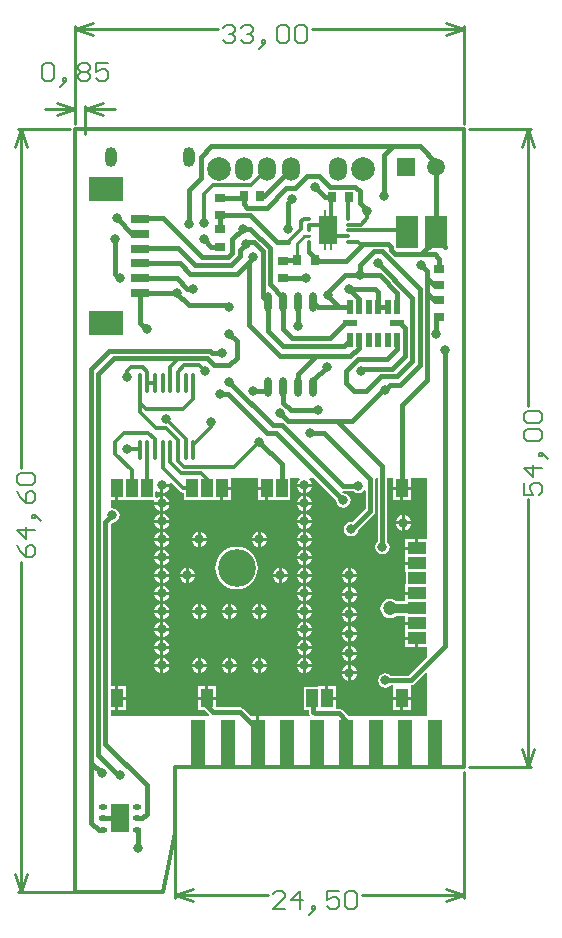
<source format=gbl>
%FSLAX25Y25*%
%MOIN*%
G70*
G01*
G75*
G04 Layer_Physical_Order=2*
G04 Layer_Color=16711680*
%ADD10R,0.02756X0.03543*%
%ADD11R,0.06693X0.09449*%
%ADD12O,0.06693X0.01181*%
%ADD13O,0.06890X0.02165*%
%ADD14O,0.02165X0.06890*%
%ADD15R,0.15748X0.15748*%
%ADD16R,0.07874X0.15748*%
%ADD17R,0.03543X0.02756*%
%ADD18R,0.01575X0.05315*%
%ADD19R,0.05512X0.05512*%
%ADD20R,0.04724X0.03543*%
%ADD21R,0.05000X0.05000*%
%ADD22R,0.03937X0.05512*%
%ADD23R,0.03150X0.03543*%
%ADD24R,0.04331X0.06693*%
%ADD25R,0.03543X0.03150*%
%ADD26R,0.09449X0.06693*%
%ADD27C,0.01575*%
%ADD28C,0.01181*%
%ADD29C,0.01378*%
%ADD30C,0.00984*%
%ADD31C,0.01000*%
%ADD32C,0.00600*%
%ADD33C,0.07874*%
%ADD34O,0.05906X0.07874*%
%ADD35O,0.03937X0.06693*%
%ADD36R,0.05906X0.05906*%
%ADD37C,0.05906*%
%ADD38C,0.12598*%
%ADD39R,0.04724X0.15748*%
%ADD40C,0.03150*%
%ADD41C,0.01969*%
%ADD42C,0.04724*%
%ADD43O,0.01378X0.06693*%
%ADD44O,0.02756X0.01772*%
%ADD45R,0.05906X0.09449*%
%ADD46R,0.07677X0.10827*%
%ADD47R,0.11811X0.08268*%
%ADD48R,0.06299X0.03150*%
%ADD49O,0.02362X0.06693*%
%ADD50R,0.05001X0.01969*%
%ADD51R,0.01969X0.04801*%
%ADD52O,0.01969X0.00984*%
%ADD53O,0.00984X0.03937*%
%ADD54R,0.06496X0.09449*%
%ADD55R,0.04000X0.06000*%
%ADD56R,0.06000X0.04000*%
%ADD57C,0.03150*%
G36*
X153000Y149000D02*
X150000D01*
Y146000D01*
X149500D01*
Y145500D01*
X145500D01*
Y143000D01*
Y141500D01*
X149500D01*
Y140500D01*
X145500D01*
Y138000D01*
X145713D01*
Y134000D01*
X145500D01*
Y131500D01*
X149500D01*
Y130500D01*
X145500D01*
Y128409D01*
X142535D01*
X142088Y128751D01*
X141322Y129069D01*
X140500Y129177D01*
X139678Y129069D01*
X138912Y128751D01*
X138254Y128246D01*
X137749Y127588D01*
X137432Y126822D01*
X137323Y126000D01*
X137432Y125178D01*
X137749Y124412D01*
X138254Y123754D01*
X138912Y123249D01*
X139678Y122932D01*
X140500Y122823D01*
X141322Y122932D01*
X142088Y123249D01*
X142535Y123591D01*
X145500D01*
Y121500D01*
X149500D01*
Y120500D01*
X145500D01*
Y118000D01*
Y116500D01*
X149500D01*
Y116000D01*
X150000D01*
Y113000D01*
X153000D01*
Y109771D01*
X146835Y103606D01*
X140768D01*
X140703Y103703D01*
X139922Y104225D01*
X139000Y104409D01*
X138078Y104225D01*
X137297Y103703D01*
X136775Y102922D01*
X136591Y102000D01*
X136775Y101078D01*
X137297Y100297D01*
X138078Y99775D01*
X139000Y99591D01*
X139922Y99775D01*
X140703Y100297D01*
X140768Y100394D01*
X141500D01*
Y100000D01*
X141500D01*
Y96500D01*
X147500D01*
Y100000D01*
X147500Y100000D01*
X147500D01*
Y100394D01*
X148012Y100496D01*
X148115Y100517D01*
X148635Y100865D01*
X152538Y104767D01*
X153000Y104576D01*
Y90065D01*
X152956Y90048D01*
Y90048D01*
X152956Y90048D01*
X126723D01*
X124635Y92135D01*
X124115Y92483D01*
X124012Y92504D01*
X123500Y92606D01*
X123500Y92606D01*
X122500D01*
Y95500D01*
X119500D01*
Y96000D01*
X119000D01*
Y100000D01*
X116500D01*
Y99787D01*
X111713D01*
Y92213D01*
X113394D01*
Y91500D01*
X113394Y91500D01*
X113496Y90987D01*
X113517Y90886D01*
X113782Y90489D01*
X113546Y90048D01*
X96945D01*
Y81102D01*
X95945D01*
Y90048D01*
X94223D01*
X91635Y92635D01*
X91114Y92983D01*
X91013Y93004D01*
X90500Y93106D01*
X90500Y93106D01*
X82500D01*
Y95500D01*
X76500D01*
Y92000D01*
X78729D01*
X80154Y90576D01*
X80086Y90644D01*
X80036Y90146D01*
X79889Y90048D01*
X47500D01*
Y92000D01*
X49000D01*
Y96000D01*
Y100000D01*
X47500D01*
Y154229D01*
X47885Y154614D01*
X48000Y154592D01*
X48922Y154775D01*
X49703Y155297D01*
X50225Y156078D01*
X50409Y157000D01*
X50225Y157922D01*
X49703Y158703D01*
X48922Y159225D01*
X48000Y159408D01*
X47886Y159386D01*
X47500Y159703D01*
Y162000D01*
X49000D01*
Y166000D01*
X50000D01*
Y162000D01*
X52500D01*
Y162213D01*
X61765D01*
X62043Y161797D01*
X61992Y161672D01*
X61969Y161500D01*
X64000D01*
Y163531D01*
X63828Y163508D01*
X63201Y163249D01*
X62736Y162892D01*
X62287Y163113D01*
Y164887D01*
X62736Y165108D01*
X63201Y164751D01*
X63828Y164491D01*
X64000Y164469D01*
Y167000D01*
X64500D01*
Y167500D01*
X67031D01*
X67030Y167508D01*
X67473Y167740D01*
X70507Y165007D01*
D01*
D01*
Y165006D01*
X70507Y165006D01*
D01*
D01*
X70507D01*
X70507Y165006D01*
Y165006D01*
X70507Y165006D01*
Y165006D01*
X70962Y164702D01*
X71500Y164595D01*
X71713D01*
Y162213D01*
X81500D01*
Y162000D01*
X84000D01*
Y166000D01*
X84500D01*
Y166500D01*
X87500D01*
Y169500D01*
X96500D01*
Y166500D01*
X99500D01*
Y166000D01*
X100000D01*
Y162000D01*
X102500D01*
Y162213D01*
X107287D01*
Y169500D01*
X110251D01*
X110411Y169027D01*
X110164Y168836D01*
X109751Y168298D01*
X109492Y167672D01*
X109469Y167500D01*
X114531D01*
X114508Y167672D01*
X114249Y168298D01*
X113836Y168836D01*
X113589Y169027D01*
X113749Y169500D01*
X115229D01*
X122614Y162115D01*
X122591Y162000D01*
X122775Y161078D01*
X123297Y160297D01*
X124078Y159775D01*
X125000Y159591D01*
X125922Y159775D01*
X126703Y160297D01*
X127225Y161078D01*
X127409Y162000D01*
X127225Y162922D01*
X126703Y163703D01*
X125922Y164225D01*
X125000Y164409D01*
X124885Y164386D01*
X124541Y164730D01*
X124777Y165171D01*
X124909Y165144D01*
X128232D01*
X128297Y165047D01*
X129078Y164525D01*
X130000Y164341D01*
X130922Y164525D01*
X131703Y165047D01*
X131916Y165366D01*
X132394Y165220D01*
Y159165D01*
X128032Y154803D01*
X127500Y154909D01*
X126578Y154725D01*
X125797Y154203D01*
X125275Y153422D01*
X125092Y152500D01*
X125275Y151578D01*
X125797Y150797D01*
X126578Y150275D01*
X127500Y150092D01*
X128422Y150275D01*
X129203Y150797D01*
X129725Y151578D01*
X129818Y152048D01*
X135135Y157365D01*
X135483Y157886D01*
X135606Y158500D01*
Y169000D01*
X135606Y169000D01*
X135583Y169114D01*
X135900Y169500D01*
X136394D01*
Y148268D01*
X136297Y148203D01*
X135775Y147422D01*
X135591Y146500D01*
X135775Y145578D01*
X136297Y144797D01*
X137078Y144275D01*
X138000Y144091D01*
X138922Y144275D01*
X139703Y144797D01*
X140225Y145578D01*
X140409Y146500D01*
X140225Y147422D01*
X139703Y148203D01*
X139606Y148268D01*
Y169500D01*
X141500D01*
Y166500D01*
X147500D01*
Y169500D01*
X153000D01*
Y149000D01*
D02*
G37*
%LPC*%
G36*
X111500Y121531D02*
X111328Y121509D01*
X110702Y121249D01*
X110164Y120836D01*
X109751Y120299D01*
X109492Y119672D01*
X109469Y119500D01*
X111500D01*
Y121531D01*
D02*
G37*
G36*
X112500D02*
Y119500D01*
X114531D01*
X114508Y119672D01*
X114249Y120299D01*
X113836Y120836D01*
X113298Y121249D01*
X112672Y121509D01*
X112500Y121531D01*
D02*
G37*
G36*
X65000D02*
Y119500D01*
X67031D01*
X67009Y119672D01*
X66749Y120299D01*
X66336Y120836D01*
X65798Y121249D01*
X65172Y121509D01*
X65000Y121531D01*
D02*
G37*
G36*
X127500Y120031D02*
Y118000D01*
X129531D01*
X129508Y118172D01*
X129249Y118798D01*
X128836Y119336D01*
X128298Y119749D01*
X127672Y120009D01*
X127500Y120031D01*
D02*
G37*
G36*
X64000Y121531D02*
X63828Y121509D01*
X63201Y121249D01*
X62664Y120836D01*
X62251Y120299D01*
X61992Y119672D01*
X61969Y119500D01*
X64000D01*
Y121531D01*
D02*
G37*
G36*
X67031Y124500D02*
X65000D01*
Y122469D01*
X65172Y122492D01*
X65798Y122751D01*
X66336Y123164D01*
X66749Y123702D01*
X67009Y124328D01*
X67031Y124500D01*
D02*
G37*
G36*
X76500D02*
X74469D01*
X74492Y124328D01*
X74751Y123702D01*
X75164Y123164D01*
X75701Y122751D01*
X76328Y122492D01*
X76500Y122469D01*
Y124500D01*
D02*
G37*
G36*
X64000D02*
X61969D01*
X61992Y124328D01*
X62251Y123702D01*
X62664Y123164D01*
X63201Y122751D01*
X63828Y122492D01*
X64000Y122469D01*
Y124500D01*
D02*
G37*
G36*
X126500Y123500D02*
X124469D01*
X124492Y123328D01*
X124751Y122702D01*
X125164Y122164D01*
X125701Y121751D01*
X126328Y121492D01*
X126500Y121469D01*
Y123500D01*
D02*
G37*
G36*
X129531D02*
X127500D01*
Y121469D01*
X127672Y121492D01*
X128298Y121751D01*
X128836Y122164D01*
X129249Y122702D01*
X129508Y123328D01*
X129531Y123500D01*
D02*
G37*
G36*
X126500Y117000D02*
X124469D01*
X124492Y116828D01*
X124751Y116201D01*
X125164Y115664D01*
X125701Y115251D01*
X126328Y114991D01*
X126500Y114969D01*
Y117000D01*
D02*
G37*
G36*
X129531D02*
X127500D01*
Y114969D01*
X127672Y114991D01*
X128298Y115251D01*
X128836Y115664D01*
X129249Y116201D01*
X129508Y116828D01*
X129531Y117000D01*
D02*
G37*
G36*
X112500Y115531D02*
Y113500D01*
X114531D01*
X114508Y113672D01*
X114249Y114298D01*
X113836Y114836D01*
X113298Y115249D01*
X112672Y115508D01*
X112500Y115531D01*
D02*
G37*
G36*
X65000D02*
Y113500D01*
X67031D01*
X67009Y113672D01*
X66749Y114298D01*
X66336Y114836D01*
X65798Y115249D01*
X65172Y115508D01*
X65000Y115531D01*
D02*
G37*
G36*
X111500D02*
X111328Y115508D01*
X110702Y115249D01*
X110164Y114836D01*
X109751Y114298D01*
X109492Y113672D01*
X109469Y113500D01*
X111500D01*
Y115531D01*
D02*
G37*
G36*
X114531Y118500D02*
X112500D01*
Y116469D01*
X112672Y116491D01*
X113298Y116751D01*
X113836Y117164D01*
X114249Y117701D01*
X114508Y118328D01*
X114531Y118500D01*
D02*
G37*
G36*
X126500Y120031D02*
X126328Y120009D01*
X125701Y119749D01*
X125164Y119336D01*
X124751Y118798D01*
X124492Y118172D01*
X124469Y118000D01*
X126500D01*
Y120031D01*
D02*
G37*
G36*
X111500Y118500D02*
X109469D01*
X109492Y118328D01*
X109751Y117701D01*
X110164Y117164D01*
X110702Y116751D01*
X111328Y116491D01*
X111500Y116469D01*
Y118500D01*
D02*
G37*
G36*
X64000D02*
X61969D01*
X61992Y118328D01*
X62251Y117701D01*
X62664Y117164D01*
X63201Y116751D01*
X63828Y116491D01*
X64000Y116469D01*
Y118500D01*
D02*
G37*
G36*
X67031D02*
X65000D01*
Y116469D01*
X65172Y116491D01*
X65798Y116751D01*
X66336Y117164D01*
X66749Y117701D01*
X67009Y118328D01*
X67031Y118500D01*
D02*
G37*
G36*
X79531Y124500D02*
X77500D01*
Y122469D01*
X77672Y122492D01*
X78298Y122751D01*
X78836Y123164D01*
X79249Y123702D01*
X79509Y124328D01*
X79531Y124500D01*
D02*
G37*
G36*
X87500Y127531D02*
Y125500D01*
X89531D01*
X89508Y125672D01*
X89249Y126298D01*
X88836Y126836D01*
X88298Y127249D01*
X87672Y127508D01*
X87500Y127531D01*
D02*
G37*
G36*
X96500D02*
X96328Y127508D01*
X95701Y127249D01*
X95164Y126836D01*
X94751Y126298D01*
X94491Y125672D01*
X94469Y125500D01*
X96500D01*
Y127531D01*
D02*
G37*
G36*
X86500D02*
X86328Y127508D01*
X85702Y127249D01*
X85164Y126836D01*
X84751Y126298D01*
X84491Y125672D01*
X84469Y125500D01*
X86500D01*
Y127531D01*
D02*
G37*
G36*
X76500D02*
X76328Y127508D01*
X75701Y127249D01*
X75164Y126836D01*
X74751Y126298D01*
X74492Y125672D01*
X74469Y125500D01*
X76500D01*
Y127531D01*
D02*
G37*
G36*
X77500D02*
Y125500D01*
X79531D01*
X79509Y125672D01*
X79249Y126298D01*
X78836Y126836D01*
X78298Y127249D01*
X77672Y127508D01*
X77500Y127531D01*
D02*
G37*
G36*
X126500Y130000D02*
X124469D01*
X124492Y129828D01*
X124751Y129201D01*
X125164Y128664D01*
X125701Y128251D01*
X126328Y127991D01*
X126500Y127969D01*
Y130000D01*
D02*
G37*
G36*
X129531D02*
X127500D01*
Y127969D01*
X127672Y127991D01*
X128298Y128251D01*
X128836Y128664D01*
X129249Y129201D01*
X129508Y129828D01*
X129531Y130000D01*
D02*
G37*
G36*
X112500Y127531D02*
Y125500D01*
X114531D01*
X114508Y125672D01*
X114249Y126298D01*
X113836Y126836D01*
X113298Y127249D01*
X112672Y127508D01*
X112500Y127531D01*
D02*
G37*
G36*
X97500D02*
Y125500D01*
X99531D01*
X99509Y125672D01*
X99249Y126298D01*
X98836Y126836D01*
X98299Y127249D01*
X97672Y127508D01*
X97500Y127531D01*
D02*
G37*
G36*
X111500D02*
X111328Y127508D01*
X110702Y127249D01*
X110164Y126836D01*
X109751Y126298D01*
X109492Y125672D01*
X109469Y125500D01*
X111500D01*
Y127531D01*
D02*
G37*
G36*
X99531Y124500D02*
X97500D01*
Y122469D01*
X97672Y122492D01*
X98299Y122751D01*
X98836Y123164D01*
X99249Y123702D01*
X99509Y124328D01*
X99531Y124500D01*
D02*
G37*
G36*
X111500D02*
X109469D01*
X109492Y124328D01*
X109751Y123702D01*
X110164Y123164D01*
X110702Y122751D01*
X111328Y122492D01*
X111500Y122469D01*
Y124500D01*
D02*
G37*
G36*
X96500D02*
X94469D01*
X94491Y124328D01*
X94751Y123702D01*
X95164Y123164D01*
X95701Y122751D01*
X96328Y122492D01*
X96500Y122469D01*
Y124500D01*
D02*
G37*
G36*
X86500D02*
X84469D01*
X84491Y124328D01*
X84751Y123702D01*
X85164Y123164D01*
X85702Y122751D01*
X86328Y122492D01*
X86500Y122469D01*
Y124500D01*
D02*
G37*
G36*
X89531D02*
X87500D01*
Y122469D01*
X87672Y122492D01*
X88298Y122751D01*
X88836Y123164D01*
X89249Y123702D01*
X89508Y124328D01*
X89531Y124500D01*
D02*
G37*
G36*
X64000Y127531D02*
X63828Y127508D01*
X63201Y127249D01*
X62664Y126836D01*
X62251Y126298D01*
X61992Y125672D01*
X61969Y125500D01*
X64000D01*
Y127531D01*
D02*
G37*
G36*
X65000D02*
Y125500D01*
X67031D01*
X67009Y125672D01*
X66749Y126298D01*
X66336Y126836D01*
X65798Y127249D01*
X65172Y127508D01*
X65000Y127531D01*
D02*
G37*
G36*
X127500Y126531D02*
Y124500D01*
X129531D01*
X129508Y124672D01*
X129249Y125299D01*
X128836Y125836D01*
X128298Y126249D01*
X127672Y126508D01*
X127500Y126531D01*
D02*
G37*
G36*
X114531Y124500D02*
X112500D01*
Y122469D01*
X112672Y122492D01*
X113298Y122751D01*
X113836Y123164D01*
X114249Y123702D01*
X114508Y124328D01*
X114531Y124500D01*
D02*
G37*
G36*
X126500Y126531D02*
X126328Y126508D01*
X125701Y126249D01*
X125164Y125836D01*
X124751Y125299D01*
X124492Y124672D01*
X124469Y124500D01*
X126500D01*
Y126531D01*
D02*
G37*
G36*
X86500Y106500D02*
X84469D01*
X84491Y106328D01*
X84751Y105701D01*
X85164Y105164D01*
X85702Y104751D01*
X86328Y104491D01*
X86500Y104469D01*
Y106500D01*
D02*
G37*
G36*
X89531D02*
X87500D01*
Y104469D01*
X87672Y104491D01*
X88298Y104751D01*
X88836Y105164D01*
X89249Y105701D01*
X89508Y106328D01*
X89531Y106500D01*
D02*
G37*
G36*
X79531D02*
X77500D01*
Y104469D01*
X77672Y104491D01*
X78298Y104751D01*
X78836Y105164D01*
X79249Y105701D01*
X79509Y106328D01*
X79531Y106500D01*
D02*
G37*
G36*
X67031D02*
X65000D01*
Y104469D01*
X65172Y104491D01*
X65798Y104751D01*
X66336Y105164D01*
X66749Y105701D01*
X67009Y106328D01*
X67031Y106500D01*
D02*
G37*
G36*
X76500D02*
X74469D01*
X74492Y106328D01*
X74751Y105701D01*
X75164Y105164D01*
X75701Y104751D01*
X76328Y104491D01*
X76500Y104469D01*
Y106500D01*
D02*
G37*
G36*
X114531D02*
X112500D01*
Y104469D01*
X112672Y104491D01*
X113298Y104751D01*
X113836Y105164D01*
X114249Y105701D01*
X114508Y106328D01*
X114531Y106500D01*
D02*
G37*
G36*
X126500Y107031D02*
X126328Y107009D01*
X125701Y106749D01*
X125164Y106336D01*
X124751Y105798D01*
X124492Y105172D01*
X124469Y105000D01*
X126500D01*
Y107031D01*
D02*
G37*
G36*
X111500Y106500D02*
X109469D01*
X109492Y106328D01*
X109751Y105701D01*
X110164Y105164D01*
X110702Y104751D01*
X111328Y104491D01*
X111500Y104469D01*
Y106500D01*
D02*
G37*
G36*
X96500D02*
X94469D01*
X94491Y106328D01*
X94751Y105701D01*
X95164Y105164D01*
X95701Y104751D01*
X96328Y104491D01*
X96500Y104469D01*
Y106500D01*
D02*
G37*
G36*
X99531D02*
X97500D01*
Y104469D01*
X97672Y104491D01*
X98299Y104751D01*
X98836Y105164D01*
X99249Y105701D01*
X99509Y106328D01*
X99531Y106500D01*
D02*
G37*
G36*
X52500Y100000D02*
X50000D01*
Y96500D01*
X52500D01*
Y100000D01*
D02*
G37*
G36*
X79000D02*
X76500D01*
Y96500D01*
X79000D01*
Y100000D01*
D02*
G37*
G36*
X147500Y95500D02*
X145000D01*
Y92000D01*
X147500D01*
Y95500D01*
D02*
G37*
G36*
X52500D02*
X50000D01*
Y92000D01*
X52500D01*
Y95500D01*
D02*
G37*
G36*
X144000D02*
X141500D01*
Y92000D01*
X144000D01*
Y95500D01*
D02*
G37*
G36*
X129531Y104000D02*
X127500D01*
Y101969D01*
X127672Y101991D01*
X128298Y102251D01*
X128836Y102664D01*
X129249Y103201D01*
X129508Y103828D01*
X129531Y104000D01*
D02*
G37*
G36*
X64000Y106500D02*
X61969D01*
X61992Y106328D01*
X62251Y105701D01*
X62664Y105164D01*
X63201Y104751D01*
X63828Y104491D01*
X64000Y104469D01*
Y106500D01*
D02*
G37*
G36*
X126500Y104000D02*
X124469D01*
X124492Y103828D01*
X124751Y103201D01*
X125164Y102664D01*
X125701Y102251D01*
X126328Y101991D01*
X126500Y101969D01*
Y104000D01*
D02*
G37*
G36*
X82500Y100000D02*
X80000D01*
Y96500D01*
X82500D01*
Y100000D01*
D02*
G37*
G36*
X122500D02*
X120000D01*
Y96500D01*
X122500D01*
Y100000D01*
D02*
G37*
G36*
X127500Y107031D02*
Y105000D01*
X129531D01*
X129508Y105172D01*
X129249Y105798D01*
X128836Y106336D01*
X128298Y106749D01*
X127672Y107009D01*
X127500Y107031D01*
D02*
G37*
G36*
X67031Y112500D02*
X65000D01*
Y110469D01*
X65172Y110492D01*
X65798Y110751D01*
X66336Y111164D01*
X66749Y111702D01*
X67009Y112328D01*
X67031Y112500D01*
D02*
G37*
G36*
X111500D02*
X109469D01*
X109492Y112328D01*
X109751Y111702D01*
X110164Y111164D01*
X110702Y110751D01*
X111328Y110492D01*
X111500Y110469D01*
Y112500D01*
D02*
G37*
G36*
X64000D02*
X61969D01*
X61992Y112328D01*
X62251Y111702D01*
X62664Y111164D01*
X63201Y110751D01*
X63828Y110492D01*
X64000Y110469D01*
Y112500D01*
D02*
G37*
G36*
X126500Y110500D02*
X124469D01*
X124492Y110328D01*
X124751Y109702D01*
X125164Y109164D01*
X125701Y108751D01*
X126328Y108492D01*
X126500Y108469D01*
Y110500D01*
D02*
G37*
G36*
X129531D02*
X127500D01*
Y108469D01*
X127672Y108492D01*
X128298Y108751D01*
X128836Y109164D01*
X129249Y109702D01*
X129508Y110328D01*
X129531Y110500D01*
D02*
G37*
G36*
X149000Y115500D02*
X145500D01*
Y113000D01*
X149000D01*
Y115500D01*
D02*
G37*
G36*
X64000Y115531D02*
X63828Y115508D01*
X63201Y115249D01*
X62664Y114836D01*
X62251Y114298D01*
X61992Y113672D01*
X61969Y113500D01*
X64000D01*
Y115531D01*
D02*
G37*
G36*
X127500Y113531D02*
Y111500D01*
X129531D01*
X129508Y111672D01*
X129249Y112299D01*
X128836Y112836D01*
X128298Y113249D01*
X127672Y113508D01*
X127500Y113531D01*
D02*
G37*
G36*
X114531Y112500D02*
X112500D01*
Y110469D01*
X112672Y110492D01*
X113298Y110751D01*
X113836Y111164D01*
X114249Y111702D01*
X114508Y112328D01*
X114531Y112500D01*
D02*
G37*
G36*
X126500Y113531D02*
X126328Y113508D01*
X125701Y113249D01*
X125164Y112836D01*
X124751Y112299D01*
X124492Y111672D01*
X124469Y111500D01*
X126500D01*
Y113531D01*
D02*
G37*
G36*
X77500Y109531D02*
Y107500D01*
X79531D01*
X79509Y107672D01*
X79249Y108299D01*
X78836Y108836D01*
X78298Y109249D01*
X77672Y109509D01*
X77500Y109531D01*
D02*
G37*
G36*
X86500D02*
X86328Y109509D01*
X85702Y109249D01*
X85164Y108836D01*
X84751Y108299D01*
X84491Y107672D01*
X84469Y107500D01*
X86500D01*
Y109531D01*
D02*
G37*
G36*
X76500D02*
X76328Y109509D01*
X75701Y109249D01*
X75164Y108836D01*
X74751Y108299D01*
X74492Y107672D01*
X74469Y107500D01*
X76500D01*
Y109531D01*
D02*
G37*
G36*
X64000D02*
X63828Y109509D01*
X63201Y109249D01*
X62664Y108836D01*
X62251Y108299D01*
X61992Y107672D01*
X61969Y107500D01*
X64000D01*
Y109531D01*
D02*
G37*
G36*
X65000D02*
Y107500D01*
X67031D01*
X67009Y107672D01*
X66749Y108299D01*
X66336Y108836D01*
X65798Y109249D01*
X65172Y109509D01*
X65000Y109531D01*
D02*
G37*
G36*
X111500D02*
X111328Y109509D01*
X110702Y109249D01*
X110164Y108836D01*
X109751Y108299D01*
X109492Y107672D01*
X109469Y107500D01*
X111500D01*
Y109531D01*
D02*
G37*
G36*
X112500D02*
Y107500D01*
X114531D01*
X114508Y107672D01*
X114249Y108299D01*
X113836Y108836D01*
X113298Y109249D01*
X112672Y109509D01*
X112500Y109531D01*
D02*
G37*
G36*
X97500D02*
Y107500D01*
X99531D01*
X99509Y107672D01*
X99249Y108299D01*
X98836Y108836D01*
X98299Y109249D01*
X97672Y109509D01*
X97500Y109531D01*
D02*
G37*
G36*
X87500D02*
Y107500D01*
X89531D01*
X89508Y107672D01*
X89249Y108299D01*
X88836Y108836D01*
X88298Y109249D01*
X87672Y109509D01*
X87500Y109531D01*
D02*
G37*
G36*
X96500D02*
X96328Y109509D01*
X95701Y109249D01*
X95164Y108836D01*
X94751Y108299D01*
X94491Y107672D01*
X94469Y107500D01*
X96500D01*
Y109531D01*
D02*
G37*
G36*
X111500Y151531D02*
X111328Y151508D01*
X110702Y151249D01*
X110164Y150836D01*
X109751Y150299D01*
X109492Y149672D01*
X109469Y149500D01*
X111500D01*
Y151531D01*
D02*
G37*
G36*
X112500D02*
Y149500D01*
X114531D01*
X114508Y149672D01*
X114249Y150299D01*
X113836Y150836D01*
X113298Y151249D01*
X112672Y151508D01*
X112500Y151531D01*
D02*
G37*
G36*
X97500D02*
Y149500D01*
X99531D01*
X99509Y149672D01*
X99249Y150299D01*
X98836Y150836D01*
X98299Y151249D01*
X97672Y151508D01*
X97500Y151531D01*
D02*
G37*
G36*
X77500D02*
Y149500D01*
X79531D01*
X79509Y149672D01*
X79249Y150299D01*
X78836Y150836D01*
X78298Y151249D01*
X77672Y151508D01*
X77500Y151531D01*
D02*
G37*
G36*
X96500D02*
X96328Y151508D01*
X95701Y151249D01*
X95164Y150836D01*
X94751Y150299D01*
X94491Y149672D01*
X94469Y149500D01*
X96500D01*
Y151531D01*
D02*
G37*
G36*
X67031Y154500D02*
X65000D01*
Y152469D01*
X65172Y152491D01*
X65798Y152751D01*
X66336Y153164D01*
X66749Y153701D01*
X67009Y154328D01*
X67031Y154500D01*
D02*
G37*
G36*
X111500D02*
X109469D01*
X109492Y154328D01*
X109751Y153701D01*
X110164Y153164D01*
X110702Y152751D01*
X111328Y152491D01*
X111500Y152469D01*
Y154500D01*
D02*
G37*
G36*
X64000D02*
X61969D01*
X61992Y154328D01*
X62251Y153701D01*
X62664Y153164D01*
X63201Y152751D01*
X63828Y152491D01*
X64000Y152469D01*
Y154500D01*
D02*
G37*
G36*
X144500Y154000D02*
X142469D01*
X142491Y153828D01*
X142751Y153201D01*
X143164Y152664D01*
X143702Y152251D01*
X144328Y151991D01*
X144500Y151969D01*
Y154000D01*
D02*
G37*
G36*
X147531D02*
X145500D01*
Y151969D01*
X145672Y151991D01*
X146299Y152251D01*
X146836Y152664D01*
X147249Y153201D01*
X147509Y153828D01*
X147531Y154000D01*
D02*
G37*
G36*
X99531Y148500D02*
X97500D01*
Y146469D01*
X97672Y146492D01*
X98299Y146751D01*
X98836Y147164D01*
X99249Y147702D01*
X99509Y148328D01*
X99531Y148500D01*
D02*
G37*
G36*
X111500D02*
X109469D01*
X109492Y148328D01*
X109751Y147702D01*
X110164Y147164D01*
X110702Y146751D01*
X111328Y146492D01*
X111500Y146469D01*
Y148500D01*
D02*
G37*
G36*
X96500D02*
X94469D01*
X94491Y148328D01*
X94751Y147702D01*
X95164Y147164D01*
X95701Y146751D01*
X96328Y146492D01*
X96500Y146469D01*
Y148500D01*
D02*
G37*
G36*
X76500D02*
X74469D01*
X74492Y148328D01*
X74751Y147702D01*
X75164Y147164D01*
X75701Y146751D01*
X76328Y146492D01*
X76500Y146469D01*
Y148500D01*
D02*
G37*
G36*
X79531D02*
X77500D01*
Y146469D01*
X77672Y146492D01*
X78298Y146751D01*
X78836Y147164D01*
X79249Y147702D01*
X79509Y148328D01*
X79531Y148500D01*
D02*
G37*
G36*
X65000Y151531D02*
Y149500D01*
X67031D01*
X67009Y149672D01*
X66749Y150299D01*
X66336Y150836D01*
X65798Y151249D01*
X65172Y151508D01*
X65000Y151531D01*
D02*
G37*
G36*
X76500D02*
X76328Y151508D01*
X75701Y151249D01*
X75164Y150836D01*
X74751Y150299D01*
X74492Y149672D01*
X74469Y149500D01*
X76500D01*
Y151531D01*
D02*
G37*
G36*
X64000D02*
X63828Y151508D01*
X63201Y151249D01*
X62664Y150836D01*
X62251Y150299D01*
X61992Y149672D01*
X61969Y149500D01*
X64000D01*
Y151531D01*
D02*
G37*
G36*
X114531Y148500D02*
X112500D01*
Y146469D01*
X112672Y146492D01*
X113298Y146751D01*
X113836Y147164D01*
X114249Y147702D01*
X114508Y148328D01*
X114531Y148500D01*
D02*
G37*
G36*
X149000Y149000D02*
X145500D01*
Y146500D01*
X149000D01*
Y149000D01*
D02*
G37*
G36*
X114531Y154500D02*
X112500D01*
Y152469D01*
X112672Y152491D01*
X113298Y152751D01*
X113836Y153164D01*
X114249Y153701D01*
X114508Y154328D01*
X114531Y154500D01*
D02*
G37*
G36*
X87500Y165500D02*
X85000D01*
Y162000D01*
X87500D01*
Y165500D01*
D02*
G37*
G36*
X99000D02*
X96500D01*
Y162000D01*
X99000D01*
Y165500D01*
D02*
G37*
G36*
X112500Y163531D02*
Y161500D01*
X114531D01*
X114508Y161672D01*
X114249Y162299D01*
X113836Y162836D01*
X113298Y163249D01*
X112672Y163508D01*
X112500Y163531D01*
D02*
G37*
G36*
X65000D02*
Y161500D01*
X67031D01*
X67009Y161672D01*
X66749Y162299D01*
X66336Y162836D01*
X65798Y163249D01*
X65172Y163508D01*
X65000Y163531D01*
D02*
G37*
G36*
X111500D02*
X111328Y163508D01*
X110702Y163249D01*
X110164Y162836D01*
X109751Y162299D01*
X109492Y161672D01*
X109469Y161500D01*
X111500D01*
Y163531D01*
D02*
G37*
G36*
Y166500D02*
X109469D01*
X109492Y166328D01*
X109751Y165701D01*
X110164Y165164D01*
X110702Y164751D01*
X111328Y164491D01*
X111500Y164469D01*
Y166500D01*
D02*
G37*
G36*
X114531D02*
X112500D01*
Y164469D01*
X112672Y164491D01*
X113298Y164751D01*
X113836Y165164D01*
X114249Y165701D01*
X114508Y166328D01*
X114531Y166500D01*
D02*
G37*
G36*
X67031D02*
X65000D01*
Y164469D01*
X65172Y164491D01*
X65798Y164751D01*
X66336Y165164D01*
X66749Y165701D01*
X67009Y166328D01*
X67031Y166500D01*
D02*
G37*
G36*
X144000Y165500D02*
X141500D01*
Y162000D01*
X144000D01*
Y165500D01*
D02*
G37*
G36*
X147500D02*
X145000D01*
Y162000D01*
X147500D01*
Y165500D01*
D02*
G37*
G36*
X65000Y157531D02*
Y155500D01*
X67031D01*
X67009Y155672D01*
X66749Y156298D01*
X66336Y156836D01*
X65798Y157249D01*
X65172Y157509D01*
X65000Y157531D01*
D02*
G37*
G36*
X111500D02*
X111328Y157509D01*
X110702Y157249D01*
X110164Y156836D01*
X109751Y156298D01*
X109492Y155672D01*
X109469Y155500D01*
X111500D01*
Y157531D01*
D02*
G37*
G36*
X64000D02*
X63828Y157509D01*
X63201Y157249D01*
X62664Y156836D01*
X62251Y156298D01*
X61992Y155672D01*
X61969Y155500D01*
X64000D01*
Y157531D01*
D02*
G37*
G36*
X144500Y157031D02*
X144328Y157009D01*
X143702Y156749D01*
X143164Y156336D01*
X142751Y155798D01*
X142491Y155172D01*
X142469Y155000D01*
X144500D01*
Y157031D01*
D02*
G37*
G36*
X145500D02*
Y155000D01*
X147531D01*
X147509Y155172D01*
X147249Y155798D01*
X146836Y156336D01*
X146299Y156749D01*
X145672Y157009D01*
X145500Y157031D01*
D02*
G37*
G36*
X111500Y160500D02*
X109469D01*
X109492Y160328D01*
X109751Y159702D01*
X110164Y159164D01*
X110702Y158751D01*
X111328Y158492D01*
X111500Y158469D01*
Y160500D01*
D02*
G37*
G36*
X114531D02*
X112500D01*
Y158469D01*
X112672Y158492D01*
X113298Y158751D01*
X113836Y159164D01*
X114249Y159702D01*
X114508Y160328D01*
X114531Y160500D01*
D02*
G37*
G36*
X67031D02*
X65000D01*
Y158469D01*
X65172Y158492D01*
X65798Y158751D01*
X66336Y159164D01*
X66749Y159702D01*
X67009Y160328D01*
X67031Y160500D01*
D02*
G37*
G36*
X112500Y157531D02*
Y155500D01*
X114531D01*
X114508Y155672D01*
X114249Y156298D01*
X113836Y156836D01*
X113298Y157249D01*
X112672Y157509D01*
X112500Y157531D01*
D02*
G37*
G36*
X64000Y160500D02*
X61969D01*
X61992Y160328D01*
X62251Y159702D01*
X62664Y159164D01*
X63201Y158751D01*
X63828Y158492D01*
X64000Y158469D01*
Y160500D01*
D02*
G37*
G36*
X72500Y136500D02*
X70469D01*
X70491Y136328D01*
X70751Y135702D01*
X71164Y135164D01*
X71702Y134751D01*
X72328Y134492D01*
X72500Y134469D01*
Y136500D01*
D02*
G37*
G36*
X75531D02*
X73500D01*
Y134469D01*
X73672Y134492D01*
X74299Y134751D01*
X74836Y135164D01*
X75249Y135702D01*
X75508Y136328D01*
X75531Y136500D01*
D02*
G37*
G36*
X67031D02*
X65000D01*
Y134469D01*
X65172Y134492D01*
X65798Y134751D01*
X66336Y135164D01*
X66749Y135702D01*
X67009Y136328D01*
X67031Y136500D01*
D02*
G37*
G36*
X89382Y146601D02*
X87993Y146464D01*
X86657Y146059D01*
X85426Y145401D01*
X84347Y144516D01*
X83461Y143437D01*
X82803Y142205D01*
X82398Y140869D01*
X82261Y139480D01*
X82398Y138091D01*
X82803Y136755D01*
X83461Y135524D01*
X84347Y134445D01*
X85426Y133560D01*
X86657Y132902D01*
X87993Y132496D01*
X89382Y132359D01*
X90771Y132496D01*
X92107Y132902D01*
X93338Y133560D01*
X94417Y134445D01*
X95303Y135524D01*
X95961Y136755D01*
X96366Y138091D01*
X96503Y139480D01*
X96366Y140869D01*
X95961Y142205D01*
X95303Y143437D01*
X94417Y144516D01*
X93338Y145401D01*
X92107Y146059D01*
X90771Y146464D01*
X89382Y146601D01*
D02*
G37*
G36*
X64000Y136500D02*
X61969D01*
X61992Y136328D01*
X62251Y135702D01*
X62664Y135164D01*
X63201Y134751D01*
X63828Y134492D01*
X64000Y134469D01*
Y136500D01*
D02*
G37*
G36*
X114531D02*
X112500D01*
Y134469D01*
X112672Y134492D01*
X113298Y134751D01*
X113836Y135164D01*
X114249Y135702D01*
X114508Y136328D01*
X114531Y136500D01*
D02*
G37*
G36*
X126500D02*
X124469D01*
X124492Y136328D01*
X124751Y135702D01*
X125164Y135164D01*
X125701Y134751D01*
X126328Y134492D01*
X126500Y134469D01*
Y136500D01*
D02*
G37*
G36*
X111500D02*
X109469D01*
X109492Y136328D01*
X109751Y135702D01*
X110164Y135164D01*
X110702Y134751D01*
X111328Y134492D01*
X111500Y134469D01*
Y136500D01*
D02*
G37*
G36*
X103500D02*
X101469D01*
X101491Y136328D01*
X101751Y135702D01*
X102164Y135164D01*
X102701Y134751D01*
X103328Y134492D01*
X103500Y134469D01*
Y136500D01*
D02*
G37*
G36*
X106531D02*
X104500D01*
Y134469D01*
X104672Y134492D01*
X105298Y134751D01*
X105836Y135164D01*
X106249Y135702D01*
X106509Y136328D01*
X106531Y136500D01*
D02*
G37*
G36*
X114531Y130500D02*
X112500D01*
Y128469D01*
X112672Y128491D01*
X113298Y128751D01*
X113836Y129164D01*
X114249Y129701D01*
X114508Y130328D01*
X114531Y130500D01*
D02*
G37*
G36*
X126500Y133031D02*
X126328Y133009D01*
X125701Y132749D01*
X125164Y132336D01*
X124751Y131799D01*
X124492Y131172D01*
X124469Y131000D01*
X126500D01*
Y133031D01*
D02*
G37*
G36*
X111500Y130500D02*
X109469D01*
X109492Y130328D01*
X109751Y129701D01*
X110164Y129164D01*
X110702Y128751D01*
X111328Y128491D01*
X111500Y128469D01*
Y130500D01*
D02*
G37*
G36*
X64000D02*
X61969D01*
X61992Y130328D01*
X62251Y129701D01*
X62664Y129164D01*
X63201Y128751D01*
X63828Y128491D01*
X64000Y128469D01*
Y130500D01*
D02*
G37*
G36*
X67031D02*
X65000D01*
Y128469D01*
X65172Y128491D01*
X65798Y128751D01*
X66336Y129164D01*
X66749Y129701D01*
X67009Y130328D01*
X67031Y130500D01*
D02*
G37*
G36*
X111500Y133531D02*
X111328Y133509D01*
X110702Y133249D01*
X110164Y132836D01*
X109751Y132299D01*
X109492Y131672D01*
X109469Y131500D01*
X111500D01*
Y133531D01*
D02*
G37*
G36*
X112500D02*
Y131500D01*
X114531D01*
X114508Y131672D01*
X114249Y132299D01*
X113836Y132836D01*
X113298Y133249D01*
X112672Y133509D01*
X112500Y133531D01*
D02*
G37*
G36*
X65000D02*
Y131500D01*
X67031D01*
X67009Y131672D01*
X66749Y132299D01*
X66336Y132836D01*
X65798Y133249D01*
X65172Y133509D01*
X65000Y133531D01*
D02*
G37*
G36*
X127500Y133031D02*
Y131000D01*
X129531D01*
X129508Y131172D01*
X129249Y131799D01*
X128836Y132336D01*
X128298Y132749D01*
X127672Y133009D01*
X127500Y133031D01*
D02*
G37*
G36*
X64000Y133531D02*
X63828Y133509D01*
X63201Y133249D01*
X62664Y132836D01*
X62251Y132299D01*
X61992Y131672D01*
X61969Y131500D01*
X64000D01*
Y133531D01*
D02*
G37*
G36*
X129531Y136500D02*
X127500D01*
Y134469D01*
X127672Y134492D01*
X128298Y134751D01*
X128836Y135164D01*
X129249Y135702D01*
X129508Y136328D01*
X129531Y136500D01*
D02*
G37*
G36*
X114531Y142500D02*
X112500D01*
Y140469D01*
X112672Y140491D01*
X113298Y140751D01*
X113836Y141164D01*
X114249Y141701D01*
X114508Y142328D01*
X114531Y142500D01*
D02*
G37*
G36*
X64000Y145531D02*
X63828Y145509D01*
X63201Y145249D01*
X62664Y144836D01*
X62251Y144299D01*
X61992Y143672D01*
X61969Y143500D01*
X64000D01*
Y145531D01*
D02*
G37*
G36*
X111500Y142500D02*
X109469D01*
X109492Y142328D01*
X109751Y141701D01*
X110164Y141164D01*
X110702Y140751D01*
X111328Y140491D01*
X111500Y140469D01*
Y142500D01*
D02*
G37*
G36*
X64000D02*
X61969D01*
X61992Y142328D01*
X62251Y141701D01*
X62664Y141164D01*
X63201Y140751D01*
X63828Y140491D01*
X64000Y140469D01*
Y142500D01*
D02*
G37*
G36*
X67031D02*
X65000D01*
Y140469D01*
X65172Y140491D01*
X65798Y140751D01*
X66336Y141164D01*
X66749Y141701D01*
X67009Y142328D01*
X67031Y142500D01*
D02*
G37*
G36*
X64000Y148500D02*
X61969D01*
X61992Y148328D01*
X62251Y147702D01*
X62664Y147164D01*
X63201Y146751D01*
X63828Y146492D01*
X64000Y146469D01*
Y148500D01*
D02*
G37*
G36*
X67031D02*
X65000D01*
Y146469D01*
X65172Y146492D01*
X65798Y146751D01*
X66336Y147164D01*
X66749Y147702D01*
X67009Y148328D01*
X67031Y148500D01*
D02*
G37*
G36*
X112500Y145531D02*
Y143500D01*
X114531D01*
X114508Y143672D01*
X114249Y144299D01*
X113836Y144836D01*
X113298Y145249D01*
X112672Y145509D01*
X112500Y145531D01*
D02*
G37*
G36*
X65000D02*
Y143500D01*
X67031D01*
X67009Y143672D01*
X66749Y144299D01*
X66336Y144836D01*
X65798Y145249D01*
X65172Y145509D01*
X65000Y145531D01*
D02*
G37*
G36*
X111500D02*
X111328Y145509D01*
X110702Y145249D01*
X110164Y144836D01*
X109751Y144299D01*
X109492Y143672D01*
X109469Y143500D01*
X111500D01*
Y145531D01*
D02*
G37*
G36*
X73500Y139531D02*
Y137500D01*
X75531D01*
X75508Y137672D01*
X75249Y138298D01*
X74836Y138836D01*
X74299Y139249D01*
X73672Y139508D01*
X73500Y139531D01*
D02*
G37*
G36*
X103500D02*
X103328Y139508D01*
X102701Y139249D01*
X102164Y138836D01*
X101751Y138298D01*
X101491Y137672D01*
X101469Y137500D01*
X103500D01*
Y139531D01*
D02*
G37*
G36*
X72500D02*
X72328Y139508D01*
X71702Y139249D01*
X71164Y138836D01*
X70751Y138298D01*
X70491Y137672D01*
X70469Y137500D01*
X72500D01*
Y139531D01*
D02*
G37*
G36*
X64000D02*
X63828Y139508D01*
X63201Y139249D01*
X62664Y138836D01*
X62251Y138298D01*
X61992Y137672D01*
X61969Y137500D01*
X64000D01*
Y139531D01*
D02*
G37*
G36*
X65000D02*
Y137500D01*
X67031D01*
X67009Y137672D01*
X66749Y138298D01*
X66336Y138836D01*
X65798Y139249D01*
X65172Y139508D01*
X65000Y139531D01*
D02*
G37*
G36*
X126500D02*
X126328Y139508D01*
X125701Y139249D01*
X125164Y138836D01*
X124751Y138298D01*
X124492Y137672D01*
X124469Y137500D01*
X126500D01*
Y139531D01*
D02*
G37*
G36*
X127500D02*
Y137500D01*
X129531D01*
X129508Y137672D01*
X129249Y138298D01*
X128836Y138836D01*
X128298Y139249D01*
X127672Y139508D01*
X127500Y139531D01*
D02*
G37*
G36*
X112500D02*
Y137500D01*
X114531D01*
X114508Y137672D01*
X114249Y138298D01*
X113836Y138836D01*
X113298Y139249D01*
X112672Y139508D01*
X112500Y139531D01*
D02*
G37*
G36*
X104500D02*
Y137500D01*
X106531D01*
X106509Y137672D01*
X106249Y138298D01*
X105836Y138836D01*
X105298Y139249D01*
X104672Y139508D01*
X104500Y139531D01*
D02*
G37*
G36*
X111500D02*
X111328Y139508D01*
X110702Y139249D01*
X110164Y138836D01*
X109751Y138298D01*
X109492Y137672D01*
X109469Y137500D01*
X111500D01*
Y139531D01*
D02*
G37*
%LPD*%
D10*
X109547Y242000D02*
D03*
X115453D02*
D03*
D17*
X157000Y228953D02*
D03*
Y223047D02*
D03*
X105000Y236047D02*
D03*
Y241953D02*
D03*
X84000Y246547D02*
D03*
Y252453D02*
D03*
Y257047D02*
D03*
Y262953D02*
D03*
D23*
X97256Y263500D02*
D03*
X91744D02*
D03*
X121244Y263000D02*
D03*
X126756D02*
D03*
D25*
X157000Y233744D02*
D03*
Y239256D02*
D03*
D27*
X156000Y222047D02*
X157000Y223047D01*
X156000Y219237D02*
Y222047D01*
X150500Y219795D02*
Y232357D01*
X150488Y219783D02*
X150500Y219795D01*
X150488Y215217D02*
Y219783D01*
Y215217D02*
X150500Y215205D01*
Y207000D02*
Y215205D01*
X152862Y218816D02*
Y231138D01*
X152850Y218805D02*
X152862Y218816D01*
X152850Y216195D02*
Y218805D01*
Y216195D02*
X152862Y216184D01*
Y202159D02*
Y216184D01*
X98484Y263500D02*
X107484Y272500D01*
X56500Y46000D02*
Y51772D01*
X44291Y56000D02*
X50000D01*
X136500Y241000D02*
X148000Y229500D01*
X125749Y241749D02*
X131512Y247512D01*
X142198Y244000D02*
X151000D01*
X140764Y245434D02*
X142198Y244000D01*
X137708Y245150D02*
X150500Y232357D01*
X140764Y245434D02*
Y246531D01*
X139783Y247512D02*
X140764Y246531D01*
X130500Y261000D02*
X133000Y258500D01*
X125984Y85039D02*
Y88516D01*
X123500Y91000D02*
X125984Y88516D01*
X115500Y91000D02*
X123500D01*
X90500Y91500D02*
X96445Y85555D01*
X81500Y91500D02*
X90500D01*
X79500Y93500D02*
X81500Y91500D01*
X43307Y77193D02*
X50000Y70500D01*
X50500D01*
X44445Y71000D02*
X44500D01*
X40945Y74500D02*
X44445Y71000D01*
X45669Y80831D02*
X59500Y67000D01*
X79500Y93500D02*
Y96000D01*
X156000Y249500D02*
Y274555D01*
Y249500D02*
X159000Y246500D01*
X157000Y239256D02*
Y242500D01*
X155500Y244000D02*
X157000Y242500D01*
X151000Y244000D02*
X155500D01*
X151000D02*
X155500Y248500D01*
X142866Y226597D02*
Y231293D01*
X148000Y208500D02*
Y229500D01*
X152862Y236138D02*
Y238638D01*
Y231138D02*
Y236138D01*
X151000Y240500D02*
X152862Y238638D01*
X141500Y280028D02*
X150528D01*
X81028D02*
X141500D01*
X138500Y263500D02*
Y277028D01*
X141500Y280028D01*
X130500Y261000D02*
Y265000D01*
X155256Y233744D02*
X156938D01*
X152862Y236138D02*
X155256Y233744D01*
X155047Y228953D02*
X157000D01*
X152862Y231138D02*
X155047Y228953D01*
X129000Y266500D02*
X130500Y265000D01*
X120500Y266500D02*
X129000D01*
X119000Y263000D02*
X121244D01*
X96445Y81500D02*
Y85555D01*
X114500Y96000D02*
X115000D01*
X144500Y166000D02*
Y193797D01*
X152862Y202159D01*
X139000Y102000D02*
X147500D01*
X159000Y113500D01*
Y212000D01*
X70147Y209500D02*
X79500D01*
X60795D02*
X70147D01*
X60783Y209488D02*
X60795Y209500D01*
X56217Y209488D02*
X60783D01*
X56205Y209500D02*
X56217Y209488D01*
X81341Y211000D02*
X84500D01*
X79500Y209500D02*
X82000Y207000D01*
X87000Y217500D02*
X89500Y215000D01*
Y209500D02*
Y215000D01*
X87000Y207000D02*
X89500Y209500D01*
X82000Y207000D02*
X87000D01*
X97000Y181500D02*
X104500Y174000D01*
Y166000D02*
Y174000D01*
X115000Y91500D02*
Y96000D01*
Y91500D02*
X115500Y91000D01*
X123000Y188500D02*
X138000Y173500D01*
Y146500D02*
Y173500D01*
X57350Y221150D02*
Y231197D01*
X93500Y241500D02*
X95000Y243000D01*
X93500Y220492D02*
Y241500D01*
X57350Y241039D02*
X70461D01*
X57350Y246000D02*
X70000D01*
X57350Y256000D02*
X65000D01*
X91500Y252500D02*
X94000D01*
X88000Y249000D02*
X91500Y252500D01*
X88000Y244500D02*
Y249000D01*
X90492Y245500D02*
X92500Y247508D01*
X90492Y243492D02*
Y245500D01*
X94000Y252500D02*
X100512Y245988D01*
Y233988D02*
Y245988D01*
X98150Y229925D02*
Y245010D01*
X95159Y248000D02*
X98150Y245010D01*
X92500Y248000D02*
X95159D01*
X49500Y256000D02*
X54618Y250882D01*
X57350D01*
X103992Y210000D02*
X116008D01*
X110000Y203992D02*
X116008Y210000D01*
X115000Y202000D02*
X119500Y206500D01*
X115000Y199925D02*
Y202000D01*
X98575Y198500D02*
X100000Y199925D01*
X95000Y198500D02*
X98575D01*
X84000Y257047D02*
X93953D01*
X143000Y203500D02*
X148000Y208500D01*
X145500Y210000D02*
Y219500D01*
X141362Y205862D02*
X145500Y210000D01*
X116751Y241749D02*
X125749D01*
X91744Y260756D02*
Y263500D01*
Y260756D02*
X93000Y259500D01*
X105000Y199925D02*
Y200000D01*
Y194500D02*
Y199925D01*
X100000Y218492D02*
Y228075D01*
X130268Y226597D02*
Y229232D01*
X136567Y226597D02*
X139716D01*
X135492Y232500D02*
X136567Y231425D01*
Y226597D02*
Y231425D01*
X142866Y215403D02*
X142872D01*
X142866Y212374D02*
Y215403D01*
X139492Y209000D02*
X142866Y212374D01*
X130268Y212941D02*
Y215403D01*
X125992Y201000D02*
X128492Y198500D01*
X132492D01*
X137492Y203500D01*
X104992Y200008D02*
X105000Y200000D01*
X110000Y199925D02*
Y203992D01*
X115000Y198946D02*
Y199925D01*
X150528Y280028D02*
X156000Y274555D01*
X80953Y246547D02*
X84000D01*
X78500Y249000D02*
X80953Y246547D01*
X84000Y252453D02*
Y257047D01*
Y262953D02*
X91197D01*
X137492Y203500D02*
X143000D01*
X127500Y152500D02*
X128000D01*
Y188500D02*
X138244Y198744D01*
X138736D01*
X142758Y221000D02*
X144000D01*
X145500Y219500D01*
X138736Y198744D02*
X140492Y200500D01*
X144000D01*
X150500Y207000D01*
X123000Y188500D02*
X128000D01*
X77500Y276500D02*
X81028Y280028D01*
X73500Y265500D02*
X77500Y269500D01*
X73500Y254000D02*
Y265500D01*
X93000Y259500D02*
X99500D01*
X93953Y257047D02*
X103000Y248000D01*
X113000Y270000D02*
X117000D01*
X120500Y266500D01*
X115500D02*
X119000Y263000D01*
X97256Y263500D02*
X98484D01*
X99500Y259500D02*
X106000Y266000D01*
X109000D01*
X113000Y270000D01*
X113602Y244898D02*
X116751Y241749D01*
X106500Y252500D02*
Y261000D01*
X108000Y262500D01*
X103000Y248000D02*
X106500D01*
X93500Y220492D02*
X103992Y210000D01*
X100512Y233988D02*
X105000Y229500D01*
Y228075D02*
Y229500D01*
X98150Y229925D02*
X100000Y228075D01*
X105047Y242000D02*
X109547D01*
X125500Y221000D02*
X127226D01*
X100000Y218492D02*
X104992Y213500D01*
X125215D01*
X127118Y215403D01*
X120500Y216000D02*
X125500Y221000D01*
X105000Y219000D02*
Y228075D01*
Y219000D02*
X108000Y216000D01*
X120500D01*
X110000Y220000D02*
Y228075D01*
X115000D02*
X116478Y226597D01*
X120000Y230097D02*
Y230500D01*
Y230097D02*
X123500Y226597D01*
X116478D02*
X123500D01*
X127118D01*
X105047Y236000D02*
X112500D01*
X130000Y209000D02*
X139492D01*
X125992Y201000D02*
Y204992D01*
X116008Y210000D02*
X127327D01*
X130268Y212941D01*
X125992Y204992D02*
X130000Y209000D01*
X131000Y205000D02*
X131862Y205862D01*
X141362D01*
X77500Y269500D02*
Y276500D01*
X46862Y211862D02*
X80478D01*
X81341Y211000D01*
X57350Y221150D02*
X59500Y219000D01*
X48500Y209500D02*
X56205D01*
X43307Y204307D02*
X48500Y209500D01*
X43307Y77193D02*
Y204307D01*
X40945Y74500D02*
Y205945D01*
X46862Y211862D01*
X65000Y256000D02*
X78000Y243000D01*
X86500D01*
X88000Y244500D01*
X70000Y246000D02*
X75500Y240500D01*
X87500D01*
X90492Y243492D01*
X70461Y241039D02*
X74000Y237500D01*
X89500D02*
X93500Y241500D01*
X74000Y237500D02*
X89500D01*
X87000Y226500D02*
Y227000D01*
X102500Y184500D02*
X125000Y162000D01*
X45669Y80831D02*
Y154669D01*
X48000Y157000D01*
X128000Y152500D02*
X134000Y158500D01*
Y169000D01*
X137159Y237000D02*
X142866Y231293D01*
X131512Y247512D02*
X139783D01*
X135150Y245150D02*
X137708D01*
X130500Y240500D02*
X135150Y245150D01*
X130500Y237000D02*
Y240500D01*
X125500Y237000D02*
X137159D01*
X120000Y231500D02*
X125500Y237000D01*
X120000Y230500D02*
Y231500D01*
X127000Y232500D02*
X130268Y229232D01*
X127000Y232500D02*
X135492D01*
X114000Y184500D02*
X118500D01*
X134000Y169000D01*
X104000Y191000D02*
X106500Y188500D01*
X104659Y187000D02*
X124909Y166750D01*
X106500Y188500D02*
X123000D01*
X105000Y194500D02*
X107492Y192008D01*
X116492D01*
X50500Y235750D02*
Y236000D01*
X48957Y237543D02*
Y249205D01*
Y237543D02*
X50500Y236000D01*
X124909Y166750D02*
X130000D01*
X84000Y197500D02*
X86500D01*
X99500Y184500D01*
X102500D01*
X87000Y201500D02*
X101500Y187000D01*
X104659D01*
X57350Y236118D02*
X69382D01*
X73000Y232500D01*
X75000D01*
X73500Y227000D02*
X87000D01*
X57350Y231197D02*
X69303D01*
X73500Y227000D01*
X40945Y54555D02*
Y74500D01*
Y54555D02*
X43500Y52000D01*
X45000D01*
X58000Y56000D02*
X59500Y57500D01*
Y67000D01*
X56209Y56000D02*
X58000D01*
D28*
X94110Y267000D02*
X99610Y272500D01*
X130488Y247512D02*
X131512D01*
X133000Y256000D02*
Y258500D01*
X129937Y248063D02*
X130488Y247512D01*
X130968Y253969D02*
X133000Y256000D01*
X126398Y253969D02*
X130968D01*
X126398Y255937D02*
Y262642D01*
X143000Y252000D02*
X144500Y253500D01*
X126398Y252000D02*
X143000D01*
X74957Y178779D02*
Y180457D01*
X65953Y186047D02*
X69839Y182161D01*
Y178779D02*
Y182161D01*
X72398Y178779D02*
Y182465D01*
X65862Y189000D02*
X72398Y182465D01*
X88500Y173000D02*
X97000Y181500D01*
X72000Y173000D02*
X88500D01*
X69839Y175161D02*
X72000Y173000D01*
X69839Y175161D02*
Y178779D01*
X77500Y171000D02*
X79500Y169000D01*
X71000Y171000D02*
X77500D01*
X67279Y174721D02*
X71000Y171000D01*
X67279Y174721D02*
Y178779D01*
X71500Y166000D02*
X74500D01*
X64720Y172780D02*
X71500Y166000D01*
X77000Y207000D02*
X79000Y205000D01*
X72000Y207000D02*
X77000D01*
X69839Y204839D02*
X72000Y207000D01*
X69839Y201220D02*
Y204839D01*
X67279Y206632D02*
X70147Y209500D01*
X67279Y201220D02*
Y206632D01*
X58165Y206335D02*
X59602Y204898D01*
Y201220D02*
Y204898D01*
X53000Y179000D02*
X56823D01*
X74957Y195957D02*
Y201220D01*
X59602D02*
X62161D01*
X54500Y166000D02*
Y172000D01*
X49000Y177500D02*
X54500Y172000D01*
X49000Y177500D02*
Y181500D01*
X52000Y184500D01*
X60000D01*
X62161Y182339D01*
Y178779D02*
Y182339D01*
X59602Y166102D02*
Y178779D01*
X79500Y166000D02*
Y169000D01*
X64720Y172780D02*
Y178779D01*
X81500Y267000D02*
X94110D01*
X121000Y257000D02*
Y261000D01*
X78500Y254500D02*
Y264000D01*
X81500Y267000D01*
X126398Y248063D02*
X129937D01*
X121968Y250031D02*
X126398D01*
X113602Y253969D02*
X118032D01*
X111937Y255937D02*
X113602D01*
X111000Y255000D02*
X111937Y255937D01*
X113602Y252000D02*
Y253969D01*
Y244898D02*
Y248063D01*
X106500Y248000D02*
X111000Y252500D01*
Y255000D01*
X53000Y203000D02*
Y205000D01*
X54335Y206335D01*
X58165D01*
X74957Y180457D02*
X81000Y186500D01*
Y188000D01*
X59043Y192500D02*
X71500D01*
X74957Y195957D01*
X57043Y191457D02*
Y201220D01*
Y191457D02*
X62453Y186047D01*
X65953D01*
X57043Y194500D02*
X59043Y192500D01*
X68898Y51181D02*
Y73228D01*
X165354D01*
X64961Y31496D02*
X68898Y51181D01*
X35433Y31496D02*
Y285827D01*
X165354D01*
Y73228D02*
Y285827D01*
X35433Y31496D02*
X64961D01*
D30*
X112031Y250031D02*
X113602D01*
X109500Y247500D02*
X112031Y250031D01*
X109500Y242047D02*
Y247500D01*
Y242047D02*
X109547Y242000D01*
D31*
X165354Y287417D02*
Y320000D01*
X35433Y287417D02*
Y320000D01*
X114389Y319000D02*
X165354D01*
X35433D02*
X83198D01*
X159354Y321000D02*
X165354Y319000D01*
X159354Y317000D02*
X165354Y319000D01*
X35433D02*
X41433Y317000D01*
X35433Y319000D02*
X41433Y321000D01*
X166945Y73228D02*
X187500D01*
X166945Y285827D02*
X187500D01*
X186500Y73228D02*
Y162332D01*
Y193523D02*
Y285827D01*
Y73228D02*
X188500Y79228D01*
X184500D02*
X186500Y73228D01*
X184500Y279827D02*
X186500Y285827D01*
X188500Y279827D01*
X16500Y31496D02*
X63370D01*
X16500Y285827D02*
X33843D01*
X17500Y31496D02*
Y141466D01*
Y172657D02*
Y285827D01*
Y31496D02*
X19500Y37496D01*
X15500D02*
X17500Y31496D01*
X15500Y279827D02*
X17500Y285827D01*
X19500Y279827D01*
X165354Y29500D02*
Y71638D01*
X68898Y29500D02*
Y71638D01*
X131122Y30500D02*
X165354D01*
X68898D02*
X99931D01*
X159354Y32500D02*
X165354Y30500D01*
X159354Y28500D02*
X165354Y30500D01*
X68898D02*
X74898Y28500D01*
X68898Y30500D02*
X74898Y32500D01*
X38780Y284071D02*
Y293500D01*
X35433Y287417D02*
Y293500D01*
X25433Y292500D02*
X35433D01*
X38780D02*
X48779D01*
X29433Y294500D02*
X35433Y292500D01*
X29433Y290500D02*
X35433Y292500D01*
X38780D02*
X44780Y290500D01*
X38780Y292500D02*
X44780Y294500D01*
D32*
X84798Y319400D02*
X85798Y320399D01*
X87797D01*
X88797Y319400D01*
Y318400D01*
X87797Y317400D01*
X86798D01*
X87797D01*
X88797Y316401D01*
Y315401D01*
X87797Y314401D01*
X85798D01*
X84798Y315401D01*
X90796Y319400D02*
X91796Y320399D01*
X93795D01*
X94795Y319400D01*
Y318400D01*
X93795Y317400D01*
X92796D01*
X93795D01*
X94795Y316401D01*
Y315401D01*
X93795Y314401D01*
X91796D01*
X90796Y315401D01*
X97794Y313402D02*
X98794Y314401D01*
Y315401D01*
X97794D01*
Y314401D01*
X98794D01*
X97794Y313402D01*
X96794Y312402D01*
X102792Y319400D02*
X103792Y320399D01*
X105791D01*
X106791Y319400D01*
Y315401D01*
X105791Y314401D01*
X103792D01*
X102792Y315401D01*
Y319400D01*
X108791D02*
X109790Y320399D01*
X111790D01*
X112789Y319400D01*
Y315401D01*
X111790Y314401D01*
X109790D01*
X108791Y315401D01*
Y319400D01*
X185101Y167931D02*
Y163932D01*
X188100D01*
X187100Y165931D01*
Y166931D01*
X188100Y167931D01*
X190099D01*
X191099Y166931D01*
Y164932D01*
X190099Y163932D01*
X191099Y172929D02*
X185101D01*
X188100Y169930D01*
Y173929D01*
X192098Y176928D02*
X191099Y177927D01*
X190099D01*
Y176928D01*
X191099D01*
Y177927D01*
X192098Y176928D01*
X193098Y175928D01*
X186100Y181926D02*
X185101Y182926D01*
Y184925D01*
X186100Y185925D01*
X190099D01*
X191099Y184925D01*
Y182926D01*
X190099Y181926D01*
X186100D01*
Y187924D02*
X185101Y188924D01*
Y190923D01*
X186100Y191923D01*
X190099D01*
X191099Y190923D01*
Y188924D01*
X190099Y187924D01*
X186100D01*
X16101Y147065D02*
X17100Y145065D01*
X19100Y143066D01*
X21099D01*
X22099Y144066D01*
Y146065D01*
X21099Y147065D01*
X20099D01*
X19100Y146065D01*
Y143066D01*
X22099Y152063D02*
X16101D01*
X19100Y149064D01*
Y153063D01*
X23098Y156062D02*
X22099Y157061D01*
X21099D01*
Y156062D01*
X22099D01*
Y157061D01*
X23098Y156062D01*
X24098Y155062D01*
X16101Y165059D02*
X17100Y163059D01*
X19100Y161060D01*
X21099D01*
X22099Y162060D01*
Y164059D01*
X21099Y165059D01*
X20099D01*
X19100Y164059D01*
Y161060D01*
X17100Y167058D02*
X16101Y168058D01*
Y170057D01*
X17100Y171057D01*
X21099D01*
X22099Y170057D01*
Y168058D01*
X21099Y167058D01*
X17100D01*
X105529Y25901D02*
X101531D01*
X105529Y29900D01*
Y30900D01*
X104530Y31899D01*
X102530D01*
X101531Y30900D01*
X110528Y25901D02*
Y31899D01*
X107529Y28900D01*
X111527D01*
X114526Y24902D02*
X115526Y25901D01*
Y26901D01*
X114526D01*
Y25901D01*
X115526D01*
X114526Y24902D01*
X113527Y23902D01*
X123523Y31899D02*
X119525D01*
Y28900D01*
X121524Y29900D01*
X122524D01*
X123523Y28900D01*
Y26901D01*
X122524Y25901D01*
X120524D01*
X119525Y26901D01*
X125523Y30900D02*
X126522Y31899D01*
X128522D01*
X129522Y30900D01*
Y26901D01*
X128522Y25901D01*
X126522D01*
X125523Y26901D01*
Y30900D01*
X24510Y306696D02*
X25510Y307696D01*
X27509D01*
X28509Y306696D01*
Y302697D01*
X27509Y301697D01*
X25510D01*
X24510Y302697D01*
Y306696D01*
X31508Y300698D02*
X32507Y301697D01*
Y302697D01*
X31508D01*
Y301697D01*
X32507D01*
X31508Y300698D01*
X30508Y299698D01*
X36506Y306696D02*
X37506Y307696D01*
X39505D01*
X40505Y306696D01*
Y305696D01*
X39505Y304696D01*
X40505Y303697D01*
Y302697D01*
X39505Y301697D01*
X37506D01*
X36506Y302697D01*
Y303697D01*
X37506Y304696D01*
X36506Y305696D01*
Y306696D01*
X37506Y304696D02*
X39505D01*
X46503Y307696D02*
X42504D01*
Y304696D01*
X44503Y305696D01*
X45503D01*
X46503Y304696D01*
Y302697D01*
X45503Y301697D01*
X43504D01*
X42504Y302697D01*
D33*
X83469Y272500D02*
D03*
X131500D02*
D03*
D34*
X91736D02*
D03*
X99610D02*
D03*
X107484D02*
D03*
X123232D02*
D03*
D35*
X73484Y276500D02*
D03*
X47500D02*
D03*
D36*
X146000Y273000D02*
D03*
D37*
X156000D02*
D03*
D38*
X89382Y139480D02*
D03*
D39*
X76500Y81102D02*
D03*
X86500D02*
D03*
X96445D02*
D03*
X106287D02*
D03*
X116130D02*
D03*
X125972D02*
D03*
X135815D02*
D03*
X145658D02*
D03*
X155500D02*
D03*
D40*
X159000Y212000D02*
D03*
X156000Y217500D02*
D03*
X119748Y251500D02*
D03*
X133000Y258500D02*
D03*
X73000Y137000D02*
D03*
X104000D02*
D03*
X97000Y149000D02*
D03*
X77000D02*
D03*
X97000Y125000D02*
D03*
X87000D02*
D03*
X77000D02*
D03*
X97000Y107000D02*
D03*
X87000D02*
D03*
X77000D02*
D03*
X127000Y104500D02*
D03*
Y111000D02*
D03*
Y117500D02*
D03*
Y124000D02*
D03*
Y130500D02*
D03*
Y137000D02*
D03*
X50500Y70500D02*
D03*
X44500Y71000D02*
D03*
X64500Y167000D02*
D03*
Y161000D02*
D03*
Y155000D02*
D03*
Y149000D02*
D03*
Y143000D02*
D03*
Y137000D02*
D03*
Y131000D02*
D03*
Y125000D02*
D03*
Y119000D02*
D03*
Y113000D02*
D03*
Y107000D02*
D03*
X112000D02*
D03*
Y113000D02*
D03*
Y119000D02*
D03*
Y125000D02*
D03*
Y131000D02*
D03*
Y137000D02*
D03*
Y143000D02*
D03*
Y149000D02*
D03*
Y155000D02*
D03*
Y161000D02*
D03*
Y167000D02*
D03*
X138500Y263500D02*
D03*
X114500Y96000D02*
D03*
X139000Y102000D02*
D03*
X65862Y189000D02*
D03*
X79000Y205000D02*
D03*
X53000Y203000D02*
D03*
Y179000D02*
D03*
X97000Y181500D02*
D03*
X145000Y154500D02*
D03*
X87000Y217500D02*
D03*
X84500Y211000D02*
D03*
X92500Y247508D02*
D03*
X91500Y252500D02*
D03*
X49500Y256000D02*
D03*
X104000Y191000D02*
D03*
X119500Y206500D02*
D03*
X95000Y198500D02*
D03*
X138736Y198744D02*
D03*
X48957Y249205D02*
D03*
X78500Y249000D02*
D03*
X130000Y166750D02*
D03*
X127500Y152500D02*
D03*
X95000Y243000D02*
D03*
X73500Y254000D02*
D03*
X78500Y254500D02*
D03*
X138000Y146500D02*
D03*
X115500Y266500D02*
D03*
X86992Y201500D02*
D03*
X84000Y197500D02*
D03*
X108000Y262500D02*
D03*
X106500Y252500D02*
D03*
X110000Y220000D02*
D03*
X120000Y230500D02*
D03*
X112500Y236000D02*
D03*
X131000Y205000D02*
D03*
X59500Y219000D02*
D03*
X75000Y232500D02*
D03*
X87000Y226500D02*
D03*
X125000Y162000D02*
D03*
X48000Y157000D02*
D03*
X130500Y237000D02*
D03*
X136500Y241000D02*
D03*
X127000Y232500D02*
D03*
X114000Y184500D02*
D03*
X116492Y192008D02*
D03*
X50500Y236000D02*
D03*
X81000Y188000D02*
D03*
X69500Y231000D02*
D03*
X151000Y240500D02*
D03*
X56500Y46000D02*
D03*
D41*
X50500Y53835D02*
D03*
Y58165D02*
D03*
D42*
X140500Y126000D02*
D03*
D43*
X74957Y178779D02*
D03*
X72398D02*
D03*
X69839D02*
D03*
X67279D02*
D03*
X64720D02*
D03*
X62161D02*
D03*
X59602D02*
D03*
X57043D02*
D03*
X74957Y201220D02*
D03*
X72398D02*
D03*
X69839D02*
D03*
X67279D02*
D03*
X64720D02*
D03*
X62161D02*
D03*
X59602D02*
D03*
X57043D02*
D03*
D44*
X44791Y52063D02*
D03*
Y56000D02*
D03*
Y59937D02*
D03*
X56209D02*
D03*
Y56000D02*
D03*
Y52063D02*
D03*
D45*
X50500Y56000D02*
D03*
D46*
X146177Y251500D02*
D03*
X155823D02*
D03*
D47*
X45933Y221158D02*
D03*
Y265843D02*
D03*
D48*
X57350Y231197D02*
D03*
Y236118D02*
D03*
Y241039D02*
D03*
Y245961D02*
D03*
Y250882D02*
D03*
Y255803D02*
D03*
D49*
X115000Y199925D02*
D03*
X110000D02*
D03*
X105000D02*
D03*
X100000D02*
D03*
X115000Y228075D02*
D03*
X110000D02*
D03*
X105000D02*
D03*
X100000D02*
D03*
D50*
X127226Y221000D02*
D03*
X142758D02*
D03*
D51*
X127118Y215403D02*
D03*
X130268D02*
D03*
X133417D02*
D03*
X136567D02*
D03*
X139716D02*
D03*
X142866D02*
D03*
X142866Y226597D02*
D03*
X139716D02*
D03*
X136567D02*
D03*
X133417D02*
D03*
X130268D02*
D03*
X127118D02*
D03*
D52*
X126398Y255937D02*
D03*
Y253969D02*
D03*
Y252000D02*
D03*
Y250031D02*
D03*
Y248063D02*
D03*
X113602D02*
D03*
Y250031D02*
D03*
Y252000D02*
D03*
Y253969D02*
D03*
Y255937D02*
D03*
D53*
X121000Y247000D02*
D03*
X119000D02*
D03*
Y257000D02*
D03*
X121000D02*
D03*
D54*
X120000Y252000D02*
D03*
D55*
X49500Y96000D02*
D03*
X79500D02*
D03*
X114500D02*
D03*
X119500D02*
D03*
X144500D02*
D03*
Y166000D02*
D03*
X104500D02*
D03*
X99500D02*
D03*
X84500D02*
D03*
X79500D02*
D03*
X74500D02*
D03*
X59500D02*
D03*
X54500D02*
D03*
X49500D02*
D03*
D56*
X149500Y116000D02*
D03*
Y121000D02*
D03*
Y126000D02*
D03*
Y131000D02*
D03*
Y136000D02*
D03*
Y141000D02*
D03*
Y146000D02*
D03*
D57*
X140500Y126000D02*
X149500D01*
M02*

</source>
